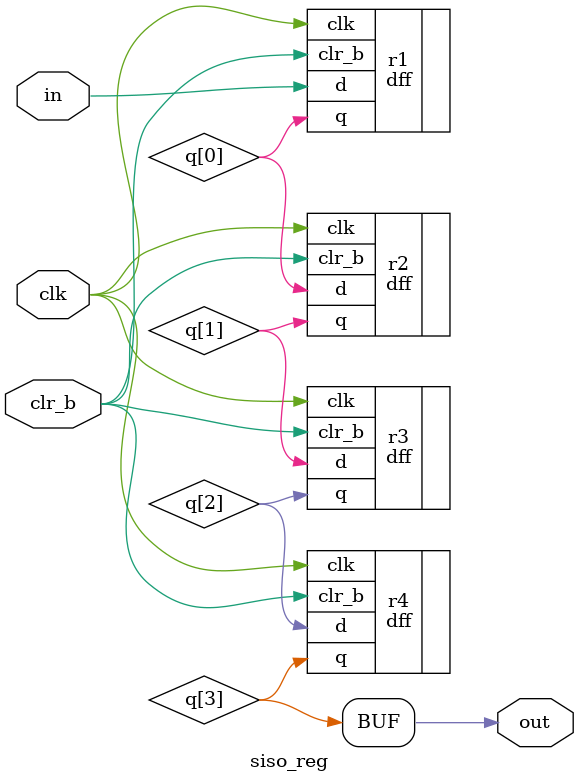
<source format=v>
`timescale 1ns / 1ps


module siso_reg(
    input in,
    output wire out,
    input clk,
    input clr_b
    );
    
    wire q [3:0];
    assign out = q[3];
    
    dff r1 (.clr_b(clr_b),.clk(clk),
        .d(in), .q(q[0]));
    dff r2 (.clr_b(clr_b),.clk(clk),
        .d(q[0]), .q(q[1]));
    dff r3 (.clr_b(clr_b),.clk(clk),
        .d(q[1]), .q(q[2]));
    dff r4 (.clr_b(clr_b),.clk(clk),
        .d(q[2]), .q(q[3]));
    
    
    
        
    
    
endmodule

</source>
